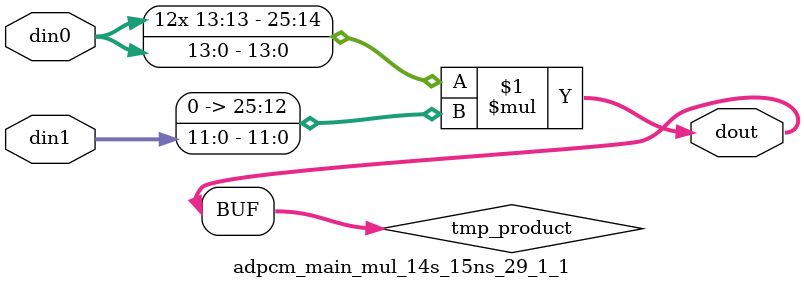
<source format=v>

`timescale 1 ns / 1 ps

  module adpcm_main_mul_14s_15ns_29_1_1(din0, din1, dout);
parameter ID = 1;
parameter NUM_STAGE = 0;
parameter din0_WIDTH = 14;
parameter din1_WIDTH = 12;
parameter dout_WIDTH = 26;

input [din0_WIDTH - 1 : 0] din0; 
input [din1_WIDTH - 1 : 0] din1; 
output [dout_WIDTH - 1 : 0] dout;

wire signed [dout_WIDTH - 1 : 0] tmp_product;












assign tmp_product = $signed(din0) * $signed({1'b0, din1});









assign dout = tmp_product;







endmodule

</source>
